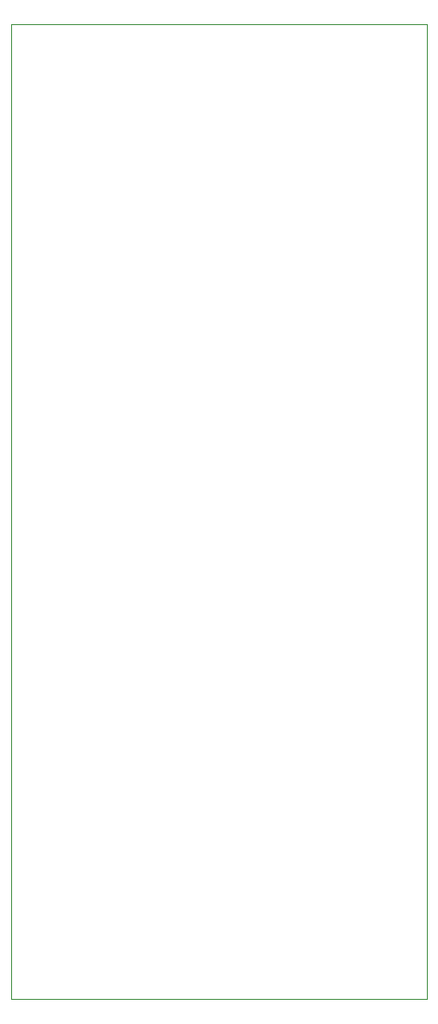
<source format=gm1>
G04 #@! TF.GenerationSoftware,KiCad,Pcbnew,7.0.6*
G04 #@! TF.CreationDate,2023-10-28T16:57:55-05:00*
G04 #@! TF.ProjectId,FC,46432e6b-6963-4616-945f-706362585858,V1*
G04 #@! TF.SameCoordinates,Original*
G04 #@! TF.FileFunction,Profile,NP*
%FSLAX46Y46*%
G04 Gerber Fmt 4.6, Leading zero omitted, Abs format (unit mm)*
G04 Created by KiCad (PCBNEW 7.0.6) date 2023-10-28 16:57:55*
%MOMM*%
%LPD*%
G01*
G04 APERTURE LIST*
G04 #@! TA.AperFunction,Profile*
%ADD10C,0.100000*%
G04 #@! TD*
G04 APERTURE END LIST*
D10*
X159100000Y-75050000D02*
X197075000Y-75050000D01*
X197075000Y-163850000D01*
X159100000Y-163850000D01*
X159100000Y-75050000D01*
M02*

</source>
